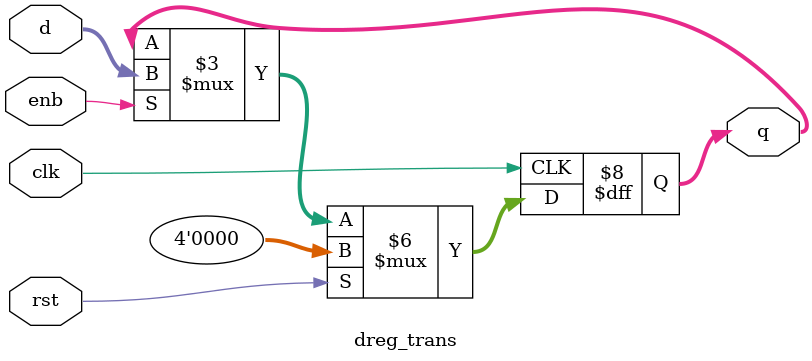
<source format=sv>

module dreg_trans #(parameter W=4)
            (input logic clk, rst, enb,
             input logic [W-1:0] 	d,
             output logic [W-1:0] q);

    always_ff @(posedge clk)
        if(rst) q <= '0;
        else if(enb) q <= d;
        else q <= q;
endmodule: dreg_trans

</source>
